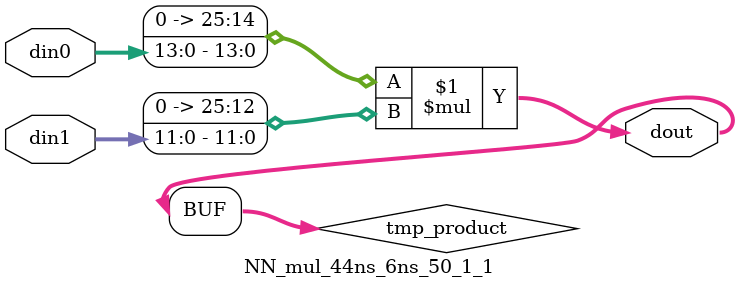
<source format=v>

`timescale 1 ns / 1 ps

 module NN_mul_44ns_6ns_50_1_1(din0, din1, dout);
parameter ID = 1;
parameter NUM_STAGE = 0;
parameter din0_WIDTH = 14;
parameter din1_WIDTH = 12;
parameter dout_WIDTH = 26;

input [din0_WIDTH - 1 : 0] din0; 
input [din1_WIDTH - 1 : 0] din1; 
output [dout_WIDTH - 1 : 0] dout;

wire signed [dout_WIDTH - 1 : 0] tmp_product;
























assign tmp_product = $signed({1'b0, din0}) * $signed({1'b0, din1});











assign dout = tmp_product;





















endmodule

</source>
